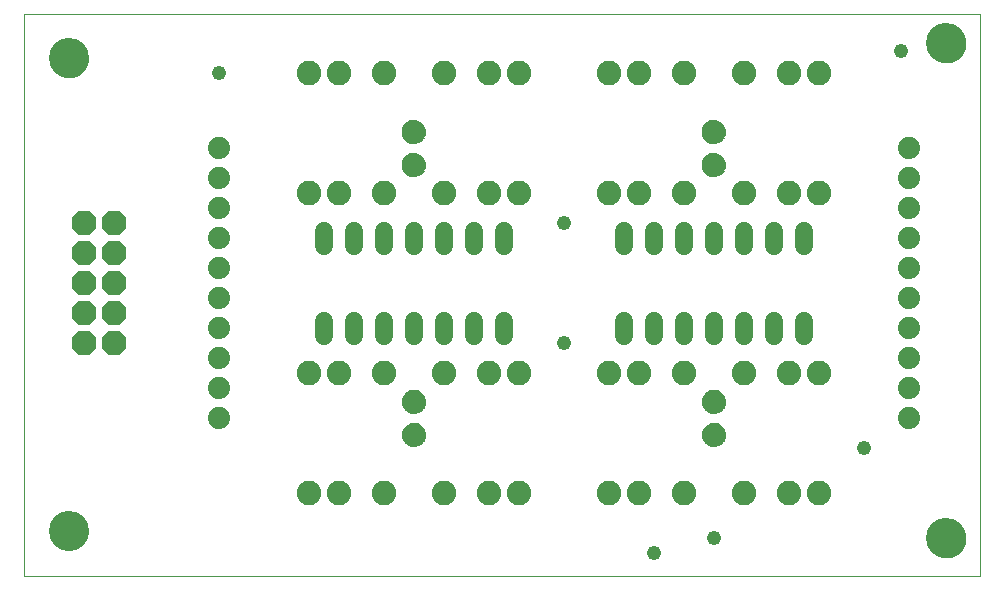
<source format=gbs>
G75*
%MOIN*%
%OFA0B0*%
%FSLAX25Y25*%
%IPPOS*%
%LPD*%
%AMOC8*
5,1,8,0,0,1.08239X$1,22.5*
%
%ADD10C,0.00000*%
%ADD11C,0.13398*%
%ADD12C,0.06000*%
%ADD13C,0.07400*%
%ADD14C,0.08200*%
%ADD15C,0.00500*%
%ADD16OC8,0.08200*%
%ADD17C,0.04762*%
D10*
X0003050Y0001000D02*
X0003050Y0188461D01*
X0321751Y0188461D01*
X0321751Y0001000D01*
X0003050Y0001000D01*
X0011751Y0016000D02*
X0011753Y0016158D01*
X0011759Y0016316D01*
X0011769Y0016474D01*
X0011783Y0016632D01*
X0011801Y0016789D01*
X0011822Y0016946D01*
X0011848Y0017102D01*
X0011878Y0017258D01*
X0011911Y0017413D01*
X0011949Y0017566D01*
X0011990Y0017719D01*
X0012035Y0017871D01*
X0012084Y0018022D01*
X0012137Y0018171D01*
X0012193Y0018319D01*
X0012253Y0018465D01*
X0012317Y0018610D01*
X0012385Y0018753D01*
X0012456Y0018895D01*
X0012530Y0019035D01*
X0012608Y0019172D01*
X0012690Y0019308D01*
X0012774Y0019442D01*
X0012863Y0019573D01*
X0012954Y0019702D01*
X0013049Y0019829D01*
X0013146Y0019954D01*
X0013247Y0020076D01*
X0013351Y0020195D01*
X0013458Y0020312D01*
X0013568Y0020426D01*
X0013681Y0020537D01*
X0013796Y0020646D01*
X0013914Y0020751D01*
X0014035Y0020853D01*
X0014158Y0020953D01*
X0014284Y0021049D01*
X0014412Y0021142D01*
X0014542Y0021232D01*
X0014675Y0021318D01*
X0014810Y0021402D01*
X0014946Y0021481D01*
X0015085Y0021558D01*
X0015226Y0021630D01*
X0015368Y0021700D01*
X0015512Y0021765D01*
X0015658Y0021827D01*
X0015805Y0021885D01*
X0015954Y0021940D01*
X0016104Y0021991D01*
X0016255Y0022038D01*
X0016407Y0022081D01*
X0016560Y0022120D01*
X0016715Y0022156D01*
X0016870Y0022187D01*
X0017026Y0022215D01*
X0017182Y0022239D01*
X0017339Y0022259D01*
X0017497Y0022275D01*
X0017654Y0022287D01*
X0017813Y0022295D01*
X0017971Y0022299D01*
X0018129Y0022299D01*
X0018287Y0022295D01*
X0018446Y0022287D01*
X0018603Y0022275D01*
X0018761Y0022259D01*
X0018918Y0022239D01*
X0019074Y0022215D01*
X0019230Y0022187D01*
X0019385Y0022156D01*
X0019540Y0022120D01*
X0019693Y0022081D01*
X0019845Y0022038D01*
X0019996Y0021991D01*
X0020146Y0021940D01*
X0020295Y0021885D01*
X0020442Y0021827D01*
X0020588Y0021765D01*
X0020732Y0021700D01*
X0020874Y0021630D01*
X0021015Y0021558D01*
X0021154Y0021481D01*
X0021290Y0021402D01*
X0021425Y0021318D01*
X0021558Y0021232D01*
X0021688Y0021142D01*
X0021816Y0021049D01*
X0021942Y0020953D01*
X0022065Y0020853D01*
X0022186Y0020751D01*
X0022304Y0020646D01*
X0022419Y0020537D01*
X0022532Y0020426D01*
X0022642Y0020312D01*
X0022749Y0020195D01*
X0022853Y0020076D01*
X0022954Y0019954D01*
X0023051Y0019829D01*
X0023146Y0019702D01*
X0023237Y0019573D01*
X0023326Y0019442D01*
X0023410Y0019308D01*
X0023492Y0019172D01*
X0023570Y0019035D01*
X0023644Y0018895D01*
X0023715Y0018753D01*
X0023783Y0018610D01*
X0023847Y0018465D01*
X0023907Y0018319D01*
X0023963Y0018171D01*
X0024016Y0018022D01*
X0024065Y0017871D01*
X0024110Y0017719D01*
X0024151Y0017566D01*
X0024189Y0017413D01*
X0024222Y0017258D01*
X0024252Y0017102D01*
X0024278Y0016946D01*
X0024299Y0016789D01*
X0024317Y0016632D01*
X0024331Y0016474D01*
X0024341Y0016316D01*
X0024347Y0016158D01*
X0024349Y0016000D01*
X0024347Y0015842D01*
X0024341Y0015684D01*
X0024331Y0015526D01*
X0024317Y0015368D01*
X0024299Y0015211D01*
X0024278Y0015054D01*
X0024252Y0014898D01*
X0024222Y0014742D01*
X0024189Y0014587D01*
X0024151Y0014434D01*
X0024110Y0014281D01*
X0024065Y0014129D01*
X0024016Y0013978D01*
X0023963Y0013829D01*
X0023907Y0013681D01*
X0023847Y0013535D01*
X0023783Y0013390D01*
X0023715Y0013247D01*
X0023644Y0013105D01*
X0023570Y0012965D01*
X0023492Y0012828D01*
X0023410Y0012692D01*
X0023326Y0012558D01*
X0023237Y0012427D01*
X0023146Y0012298D01*
X0023051Y0012171D01*
X0022954Y0012046D01*
X0022853Y0011924D01*
X0022749Y0011805D01*
X0022642Y0011688D01*
X0022532Y0011574D01*
X0022419Y0011463D01*
X0022304Y0011354D01*
X0022186Y0011249D01*
X0022065Y0011147D01*
X0021942Y0011047D01*
X0021816Y0010951D01*
X0021688Y0010858D01*
X0021558Y0010768D01*
X0021425Y0010682D01*
X0021290Y0010598D01*
X0021154Y0010519D01*
X0021015Y0010442D01*
X0020874Y0010370D01*
X0020732Y0010300D01*
X0020588Y0010235D01*
X0020442Y0010173D01*
X0020295Y0010115D01*
X0020146Y0010060D01*
X0019996Y0010009D01*
X0019845Y0009962D01*
X0019693Y0009919D01*
X0019540Y0009880D01*
X0019385Y0009844D01*
X0019230Y0009813D01*
X0019074Y0009785D01*
X0018918Y0009761D01*
X0018761Y0009741D01*
X0018603Y0009725D01*
X0018446Y0009713D01*
X0018287Y0009705D01*
X0018129Y0009701D01*
X0017971Y0009701D01*
X0017813Y0009705D01*
X0017654Y0009713D01*
X0017497Y0009725D01*
X0017339Y0009741D01*
X0017182Y0009761D01*
X0017026Y0009785D01*
X0016870Y0009813D01*
X0016715Y0009844D01*
X0016560Y0009880D01*
X0016407Y0009919D01*
X0016255Y0009962D01*
X0016104Y0010009D01*
X0015954Y0010060D01*
X0015805Y0010115D01*
X0015658Y0010173D01*
X0015512Y0010235D01*
X0015368Y0010300D01*
X0015226Y0010370D01*
X0015085Y0010442D01*
X0014946Y0010519D01*
X0014810Y0010598D01*
X0014675Y0010682D01*
X0014542Y0010768D01*
X0014412Y0010858D01*
X0014284Y0010951D01*
X0014158Y0011047D01*
X0014035Y0011147D01*
X0013914Y0011249D01*
X0013796Y0011354D01*
X0013681Y0011463D01*
X0013568Y0011574D01*
X0013458Y0011688D01*
X0013351Y0011805D01*
X0013247Y0011924D01*
X0013146Y0012046D01*
X0013049Y0012171D01*
X0012954Y0012298D01*
X0012863Y0012427D01*
X0012774Y0012558D01*
X0012690Y0012692D01*
X0012608Y0012828D01*
X0012530Y0012965D01*
X0012456Y0013105D01*
X0012385Y0013247D01*
X0012317Y0013390D01*
X0012253Y0013535D01*
X0012193Y0013681D01*
X0012137Y0013829D01*
X0012084Y0013978D01*
X0012035Y0014129D01*
X0011990Y0014281D01*
X0011949Y0014434D01*
X0011911Y0014587D01*
X0011878Y0014742D01*
X0011848Y0014898D01*
X0011822Y0015054D01*
X0011801Y0015211D01*
X0011783Y0015368D01*
X0011769Y0015526D01*
X0011759Y0015684D01*
X0011753Y0015842D01*
X0011751Y0016000D01*
X0011751Y0173500D02*
X0011753Y0173658D01*
X0011759Y0173816D01*
X0011769Y0173974D01*
X0011783Y0174132D01*
X0011801Y0174289D01*
X0011822Y0174446D01*
X0011848Y0174602D01*
X0011878Y0174758D01*
X0011911Y0174913D01*
X0011949Y0175066D01*
X0011990Y0175219D01*
X0012035Y0175371D01*
X0012084Y0175522D01*
X0012137Y0175671D01*
X0012193Y0175819D01*
X0012253Y0175965D01*
X0012317Y0176110D01*
X0012385Y0176253D01*
X0012456Y0176395D01*
X0012530Y0176535D01*
X0012608Y0176672D01*
X0012690Y0176808D01*
X0012774Y0176942D01*
X0012863Y0177073D01*
X0012954Y0177202D01*
X0013049Y0177329D01*
X0013146Y0177454D01*
X0013247Y0177576D01*
X0013351Y0177695D01*
X0013458Y0177812D01*
X0013568Y0177926D01*
X0013681Y0178037D01*
X0013796Y0178146D01*
X0013914Y0178251D01*
X0014035Y0178353D01*
X0014158Y0178453D01*
X0014284Y0178549D01*
X0014412Y0178642D01*
X0014542Y0178732D01*
X0014675Y0178818D01*
X0014810Y0178902D01*
X0014946Y0178981D01*
X0015085Y0179058D01*
X0015226Y0179130D01*
X0015368Y0179200D01*
X0015512Y0179265D01*
X0015658Y0179327D01*
X0015805Y0179385D01*
X0015954Y0179440D01*
X0016104Y0179491D01*
X0016255Y0179538D01*
X0016407Y0179581D01*
X0016560Y0179620D01*
X0016715Y0179656D01*
X0016870Y0179687D01*
X0017026Y0179715D01*
X0017182Y0179739D01*
X0017339Y0179759D01*
X0017497Y0179775D01*
X0017654Y0179787D01*
X0017813Y0179795D01*
X0017971Y0179799D01*
X0018129Y0179799D01*
X0018287Y0179795D01*
X0018446Y0179787D01*
X0018603Y0179775D01*
X0018761Y0179759D01*
X0018918Y0179739D01*
X0019074Y0179715D01*
X0019230Y0179687D01*
X0019385Y0179656D01*
X0019540Y0179620D01*
X0019693Y0179581D01*
X0019845Y0179538D01*
X0019996Y0179491D01*
X0020146Y0179440D01*
X0020295Y0179385D01*
X0020442Y0179327D01*
X0020588Y0179265D01*
X0020732Y0179200D01*
X0020874Y0179130D01*
X0021015Y0179058D01*
X0021154Y0178981D01*
X0021290Y0178902D01*
X0021425Y0178818D01*
X0021558Y0178732D01*
X0021688Y0178642D01*
X0021816Y0178549D01*
X0021942Y0178453D01*
X0022065Y0178353D01*
X0022186Y0178251D01*
X0022304Y0178146D01*
X0022419Y0178037D01*
X0022532Y0177926D01*
X0022642Y0177812D01*
X0022749Y0177695D01*
X0022853Y0177576D01*
X0022954Y0177454D01*
X0023051Y0177329D01*
X0023146Y0177202D01*
X0023237Y0177073D01*
X0023326Y0176942D01*
X0023410Y0176808D01*
X0023492Y0176672D01*
X0023570Y0176535D01*
X0023644Y0176395D01*
X0023715Y0176253D01*
X0023783Y0176110D01*
X0023847Y0175965D01*
X0023907Y0175819D01*
X0023963Y0175671D01*
X0024016Y0175522D01*
X0024065Y0175371D01*
X0024110Y0175219D01*
X0024151Y0175066D01*
X0024189Y0174913D01*
X0024222Y0174758D01*
X0024252Y0174602D01*
X0024278Y0174446D01*
X0024299Y0174289D01*
X0024317Y0174132D01*
X0024331Y0173974D01*
X0024341Y0173816D01*
X0024347Y0173658D01*
X0024349Y0173500D01*
X0024347Y0173342D01*
X0024341Y0173184D01*
X0024331Y0173026D01*
X0024317Y0172868D01*
X0024299Y0172711D01*
X0024278Y0172554D01*
X0024252Y0172398D01*
X0024222Y0172242D01*
X0024189Y0172087D01*
X0024151Y0171934D01*
X0024110Y0171781D01*
X0024065Y0171629D01*
X0024016Y0171478D01*
X0023963Y0171329D01*
X0023907Y0171181D01*
X0023847Y0171035D01*
X0023783Y0170890D01*
X0023715Y0170747D01*
X0023644Y0170605D01*
X0023570Y0170465D01*
X0023492Y0170328D01*
X0023410Y0170192D01*
X0023326Y0170058D01*
X0023237Y0169927D01*
X0023146Y0169798D01*
X0023051Y0169671D01*
X0022954Y0169546D01*
X0022853Y0169424D01*
X0022749Y0169305D01*
X0022642Y0169188D01*
X0022532Y0169074D01*
X0022419Y0168963D01*
X0022304Y0168854D01*
X0022186Y0168749D01*
X0022065Y0168647D01*
X0021942Y0168547D01*
X0021816Y0168451D01*
X0021688Y0168358D01*
X0021558Y0168268D01*
X0021425Y0168182D01*
X0021290Y0168098D01*
X0021154Y0168019D01*
X0021015Y0167942D01*
X0020874Y0167870D01*
X0020732Y0167800D01*
X0020588Y0167735D01*
X0020442Y0167673D01*
X0020295Y0167615D01*
X0020146Y0167560D01*
X0019996Y0167509D01*
X0019845Y0167462D01*
X0019693Y0167419D01*
X0019540Y0167380D01*
X0019385Y0167344D01*
X0019230Y0167313D01*
X0019074Y0167285D01*
X0018918Y0167261D01*
X0018761Y0167241D01*
X0018603Y0167225D01*
X0018446Y0167213D01*
X0018287Y0167205D01*
X0018129Y0167201D01*
X0017971Y0167201D01*
X0017813Y0167205D01*
X0017654Y0167213D01*
X0017497Y0167225D01*
X0017339Y0167241D01*
X0017182Y0167261D01*
X0017026Y0167285D01*
X0016870Y0167313D01*
X0016715Y0167344D01*
X0016560Y0167380D01*
X0016407Y0167419D01*
X0016255Y0167462D01*
X0016104Y0167509D01*
X0015954Y0167560D01*
X0015805Y0167615D01*
X0015658Y0167673D01*
X0015512Y0167735D01*
X0015368Y0167800D01*
X0015226Y0167870D01*
X0015085Y0167942D01*
X0014946Y0168019D01*
X0014810Y0168098D01*
X0014675Y0168182D01*
X0014542Y0168268D01*
X0014412Y0168358D01*
X0014284Y0168451D01*
X0014158Y0168547D01*
X0014035Y0168647D01*
X0013914Y0168749D01*
X0013796Y0168854D01*
X0013681Y0168963D01*
X0013568Y0169074D01*
X0013458Y0169188D01*
X0013351Y0169305D01*
X0013247Y0169424D01*
X0013146Y0169546D01*
X0013049Y0169671D01*
X0012954Y0169798D01*
X0012863Y0169927D01*
X0012774Y0170058D01*
X0012690Y0170192D01*
X0012608Y0170328D01*
X0012530Y0170465D01*
X0012456Y0170605D01*
X0012385Y0170747D01*
X0012317Y0170890D01*
X0012253Y0171035D01*
X0012193Y0171181D01*
X0012137Y0171329D01*
X0012084Y0171478D01*
X0012035Y0171629D01*
X0011990Y0171781D01*
X0011949Y0171934D01*
X0011911Y0172087D01*
X0011878Y0172242D01*
X0011848Y0172398D01*
X0011822Y0172554D01*
X0011801Y0172711D01*
X0011783Y0172868D01*
X0011769Y0173026D01*
X0011759Y0173184D01*
X0011753Y0173342D01*
X0011751Y0173500D01*
X0304251Y0178500D02*
X0304253Y0178658D01*
X0304259Y0178816D01*
X0304269Y0178974D01*
X0304283Y0179132D01*
X0304301Y0179289D01*
X0304322Y0179446D01*
X0304348Y0179602D01*
X0304378Y0179758D01*
X0304411Y0179913D01*
X0304449Y0180066D01*
X0304490Y0180219D01*
X0304535Y0180371D01*
X0304584Y0180522D01*
X0304637Y0180671D01*
X0304693Y0180819D01*
X0304753Y0180965D01*
X0304817Y0181110D01*
X0304885Y0181253D01*
X0304956Y0181395D01*
X0305030Y0181535D01*
X0305108Y0181672D01*
X0305190Y0181808D01*
X0305274Y0181942D01*
X0305363Y0182073D01*
X0305454Y0182202D01*
X0305549Y0182329D01*
X0305646Y0182454D01*
X0305747Y0182576D01*
X0305851Y0182695D01*
X0305958Y0182812D01*
X0306068Y0182926D01*
X0306181Y0183037D01*
X0306296Y0183146D01*
X0306414Y0183251D01*
X0306535Y0183353D01*
X0306658Y0183453D01*
X0306784Y0183549D01*
X0306912Y0183642D01*
X0307042Y0183732D01*
X0307175Y0183818D01*
X0307310Y0183902D01*
X0307446Y0183981D01*
X0307585Y0184058D01*
X0307726Y0184130D01*
X0307868Y0184200D01*
X0308012Y0184265D01*
X0308158Y0184327D01*
X0308305Y0184385D01*
X0308454Y0184440D01*
X0308604Y0184491D01*
X0308755Y0184538D01*
X0308907Y0184581D01*
X0309060Y0184620D01*
X0309215Y0184656D01*
X0309370Y0184687D01*
X0309526Y0184715D01*
X0309682Y0184739D01*
X0309839Y0184759D01*
X0309997Y0184775D01*
X0310154Y0184787D01*
X0310313Y0184795D01*
X0310471Y0184799D01*
X0310629Y0184799D01*
X0310787Y0184795D01*
X0310946Y0184787D01*
X0311103Y0184775D01*
X0311261Y0184759D01*
X0311418Y0184739D01*
X0311574Y0184715D01*
X0311730Y0184687D01*
X0311885Y0184656D01*
X0312040Y0184620D01*
X0312193Y0184581D01*
X0312345Y0184538D01*
X0312496Y0184491D01*
X0312646Y0184440D01*
X0312795Y0184385D01*
X0312942Y0184327D01*
X0313088Y0184265D01*
X0313232Y0184200D01*
X0313374Y0184130D01*
X0313515Y0184058D01*
X0313654Y0183981D01*
X0313790Y0183902D01*
X0313925Y0183818D01*
X0314058Y0183732D01*
X0314188Y0183642D01*
X0314316Y0183549D01*
X0314442Y0183453D01*
X0314565Y0183353D01*
X0314686Y0183251D01*
X0314804Y0183146D01*
X0314919Y0183037D01*
X0315032Y0182926D01*
X0315142Y0182812D01*
X0315249Y0182695D01*
X0315353Y0182576D01*
X0315454Y0182454D01*
X0315551Y0182329D01*
X0315646Y0182202D01*
X0315737Y0182073D01*
X0315826Y0181942D01*
X0315910Y0181808D01*
X0315992Y0181672D01*
X0316070Y0181535D01*
X0316144Y0181395D01*
X0316215Y0181253D01*
X0316283Y0181110D01*
X0316347Y0180965D01*
X0316407Y0180819D01*
X0316463Y0180671D01*
X0316516Y0180522D01*
X0316565Y0180371D01*
X0316610Y0180219D01*
X0316651Y0180066D01*
X0316689Y0179913D01*
X0316722Y0179758D01*
X0316752Y0179602D01*
X0316778Y0179446D01*
X0316799Y0179289D01*
X0316817Y0179132D01*
X0316831Y0178974D01*
X0316841Y0178816D01*
X0316847Y0178658D01*
X0316849Y0178500D01*
X0316847Y0178342D01*
X0316841Y0178184D01*
X0316831Y0178026D01*
X0316817Y0177868D01*
X0316799Y0177711D01*
X0316778Y0177554D01*
X0316752Y0177398D01*
X0316722Y0177242D01*
X0316689Y0177087D01*
X0316651Y0176934D01*
X0316610Y0176781D01*
X0316565Y0176629D01*
X0316516Y0176478D01*
X0316463Y0176329D01*
X0316407Y0176181D01*
X0316347Y0176035D01*
X0316283Y0175890D01*
X0316215Y0175747D01*
X0316144Y0175605D01*
X0316070Y0175465D01*
X0315992Y0175328D01*
X0315910Y0175192D01*
X0315826Y0175058D01*
X0315737Y0174927D01*
X0315646Y0174798D01*
X0315551Y0174671D01*
X0315454Y0174546D01*
X0315353Y0174424D01*
X0315249Y0174305D01*
X0315142Y0174188D01*
X0315032Y0174074D01*
X0314919Y0173963D01*
X0314804Y0173854D01*
X0314686Y0173749D01*
X0314565Y0173647D01*
X0314442Y0173547D01*
X0314316Y0173451D01*
X0314188Y0173358D01*
X0314058Y0173268D01*
X0313925Y0173182D01*
X0313790Y0173098D01*
X0313654Y0173019D01*
X0313515Y0172942D01*
X0313374Y0172870D01*
X0313232Y0172800D01*
X0313088Y0172735D01*
X0312942Y0172673D01*
X0312795Y0172615D01*
X0312646Y0172560D01*
X0312496Y0172509D01*
X0312345Y0172462D01*
X0312193Y0172419D01*
X0312040Y0172380D01*
X0311885Y0172344D01*
X0311730Y0172313D01*
X0311574Y0172285D01*
X0311418Y0172261D01*
X0311261Y0172241D01*
X0311103Y0172225D01*
X0310946Y0172213D01*
X0310787Y0172205D01*
X0310629Y0172201D01*
X0310471Y0172201D01*
X0310313Y0172205D01*
X0310154Y0172213D01*
X0309997Y0172225D01*
X0309839Y0172241D01*
X0309682Y0172261D01*
X0309526Y0172285D01*
X0309370Y0172313D01*
X0309215Y0172344D01*
X0309060Y0172380D01*
X0308907Y0172419D01*
X0308755Y0172462D01*
X0308604Y0172509D01*
X0308454Y0172560D01*
X0308305Y0172615D01*
X0308158Y0172673D01*
X0308012Y0172735D01*
X0307868Y0172800D01*
X0307726Y0172870D01*
X0307585Y0172942D01*
X0307446Y0173019D01*
X0307310Y0173098D01*
X0307175Y0173182D01*
X0307042Y0173268D01*
X0306912Y0173358D01*
X0306784Y0173451D01*
X0306658Y0173547D01*
X0306535Y0173647D01*
X0306414Y0173749D01*
X0306296Y0173854D01*
X0306181Y0173963D01*
X0306068Y0174074D01*
X0305958Y0174188D01*
X0305851Y0174305D01*
X0305747Y0174424D01*
X0305646Y0174546D01*
X0305549Y0174671D01*
X0305454Y0174798D01*
X0305363Y0174927D01*
X0305274Y0175058D01*
X0305190Y0175192D01*
X0305108Y0175328D01*
X0305030Y0175465D01*
X0304956Y0175605D01*
X0304885Y0175747D01*
X0304817Y0175890D01*
X0304753Y0176035D01*
X0304693Y0176181D01*
X0304637Y0176329D01*
X0304584Y0176478D01*
X0304535Y0176629D01*
X0304490Y0176781D01*
X0304449Y0176934D01*
X0304411Y0177087D01*
X0304378Y0177242D01*
X0304348Y0177398D01*
X0304322Y0177554D01*
X0304301Y0177711D01*
X0304283Y0177868D01*
X0304269Y0178026D01*
X0304259Y0178184D01*
X0304253Y0178342D01*
X0304251Y0178500D01*
X0304251Y0013500D02*
X0304253Y0013658D01*
X0304259Y0013816D01*
X0304269Y0013974D01*
X0304283Y0014132D01*
X0304301Y0014289D01*
X0304322Y0014446D01*
X0304348Y0014602D01*
X0304378Y0014758D01*
X0304411Y0014913D01*
X0304449Y0015066D01*
X0304490Y0015219D01*
X0304535Y0015371D01*
X0304584Y0015522D01*
X0304637Y0015671D01*
X0304693Y0015819D01*
X0304753Y0015965D01*
X0304817Y0016110D01*
X0304885Y0016253D01*
X0304956Y0016395D01*
X0305030Y0016535D01*
X0305108Y0016672D01*
X0305190Y0016808D01*
X0305274Y0016942D01*
X0305363Y0017073D01*
X0305454Y0017202D01*
X0305549Y0017329D01*
X0305646Y0017454D01*
X0305747Y0017576D01*
X0305851Y0017695D01*
X0305958Y0017812D01*
X0306068Y0017926D01*
X0306181Y0018037D01*
X0306296Y0018146D01*
X0306414Y0018251D01*
X0306535Y0018353D01*
X0306658Y0018453D01*
X0306784Y0018549D01*
X0306912Y0018642D01*
X0307042Y0018732D01*
X0307175Y0018818D01*
X0307310Y0018902D01*
X0307446Y0018981D01*
X0307585Y0019058D01*
X0307726Y0019130D01*
X0307868Y0019200D01*
X0308012Y0019265D01*
X0308158Y0019327D01*
X0308305Y0019385D01*
X0308454Y0019440D01*
X0308604Y0019491D01*
X0308755Y0019538D01*
X0308907Y0019581D01*
X0309060Y0019620D01*
X0309215Y0019656D01*
X0309370Y0019687D01*
X0309526Y0019715D01*
X0309682Y0019739D01*
X0309839Y0019759D01*
X0309997Y0019775D01*
X0310154Y0019787D01*
X0310313Y0019795D01*
X0310471Y0019799D01*
X0310629Y0019799D01*
X0310787Y0019795D01*
X0310946Y0019787D01*
X0311103Y0019775D01*
X0311261Y0019759D01*
X0311418Y0019739D01*
X0311574Y0019715D01*
X0311730Y0019687D01*
X0311885Y0019656D01*
X0312040Y0019620D01*
X0312193Y0019581D01*
X0312345Y0019538D01*
X0312496Y0019491D01*
X0312646Y0019440D01*
X0312795Y0019385D01*
X0312942Y0019327D01*
X0313088Y0019265D01*
X0313232Y0019200D01*
X0313374Y0019130D01*
X0313515Y0019058D01*
X0313654Y0018981D01*
X0313790Y0018902D01*
X0313925Y0018818D01*
X0314058Y0018732D01*
X0314188Y0018642D01*
X0314316Y0018549D01*
X0314442Y0018453D01*
X0314565Y0018353D01*
X0314686Y0018251D01*
X0314804Y0018146D01*
X0314919Y0018037D01*
X0315032Y0017926D01*
X0315142Y0017812D01*
X0315249Y0017695D01*
X0315353Y0017576D01*
X0315454Y0017454D01*
X0315551Y0017329D01*
X0315646Y0017202D01*
X0315737Y0017073D01*
X0315826Y0016942D01*
X0315910Y0016808D01*
X0315992Y0016672D01*
X0316070Y0016535D01*
X0316144Y0016395D01*
X0316215Y0016253D01*
X0316283Y0016110D01*
X0316347Y0015965D01*
X0316407Y0015819D01*
X0316463Y0015671D01*
X0316516Y0015522D01*
X0316565Y0015371D01*
X0316610Y0015219D01*
X0316651Y0015066D01*
X0316689Y0014913D01*
X0316722Y0014758D01*
X0316752Y0014602D01*
X0316778Y0014446D01*
X0316799Y0014289D01*
X0316817Y0014132D01*
X0316831Y0013974D01*
X0316841Y0013816D01*
X0316847Y0013658D01*
X0316849Y0013500D01*
X0316847Y0013342D01*
X0316841Y0013184D01*
X0316831Y0013026D01*
X0316817Y0012868D01*
X0316799Y0012711D01*
X0316778Y0012554D01*
X0316752Y0012398D01*
X0316722Y0012242D01*
X0316689Y0012087D01*
X0316651Y0011934D01*
X0316610Y0011781D01*
X0316565Y0011629D01*
X0316516Y0011478D01*
X0316463Y0011329D01*
X0316407Y0011181D01*
X0316347Y0011035D01*
X0316283Y0010890D01*
X0316215Y0010747D01*
X0316144Y0010605D01*
X0316070Y0010465D01*
X0315992Y0010328D01*
X0315910Y0010192D01*
X0315826Y0010058D01*
X0315737Y0009927D01*
X0315646Y0009798D01*
X0315551Y0009671D01*
X0315454Y0009546D01*
X0315353Y0009424D01*
X0315249Y0009305D01*
X0315142Y0009188D01*
X0315032Y0009074D01*
X0314919Y0008963D01*
X0314804Y0008854D01*
X0314686Y0008749D01*
X0314565Y0008647D01*
X0314442Y0008547D01*
X0314316Y0008451D01*
X0314188Y0008358D01*
X0314058Y0008268D01*
X0313925Y0008182D01*
X0313790Y0008098D01*
X0313654Y0008019D01*
X0313515Y0007942D01*
X0313374Y0007870D01*
X0313232Y0007800D01*
X0313088Y0007735D01*
X0312942Y0007673D01*
X0312795Y0007615D01*
X0312646Y0007560D01*
X0312496Y0007509D01*
X0312345Y0007462D01*
X0312193Y0007419D01*
X0312040Y0007380D01*
X0311885Y0007344D01*
X0311730Y0007313D01*
X0311574Y0007285D01*
X0311418Y0007261D01*
X0311261Y0007241D01*
X0311103Y0007225D01*
X0310946Y0007213D01*
X0310787Y0007205D01*
X0310629Y0007201D01*
X0310471Y0007201D01*
X0310313Y0007205D01*
X0310154Y0007213D01*
X0309997Y0007225D01*
X0309839Y0007241D01*
X0309682Y0007261D01*
X0309526Y0007285D01*
X0309370Y0007313D01*
X0309215Y0007344D01*
X0309060Y0007380D01*
X0308907Y0007419D01*
X0308755Y0007462D01*
X0308604Y0007509D01*
X0308454Y0007560D01*
X0308305Y0007615D01*
X0308158Y0007673D01*
X0308012Y0007735D01*
X0307868Y0007800D01*
X0307726Y0007870D01*
X0307585Y0007942D01*
X0307446Y0008019D01*
X0307310Y0008098D01*
X0307175Y0008182D01*
X0307042Y0008268D01*
X0306912Y0008358D01*
X0306784Y0008451D01*
X0306658Y0008547D01*
X0306535Y0008647D01*
X0306414Y0008749D01*
X0306296Y0008854D01*
X0306181Y0008963D01*
X0306068Y0009074D01*
X0305958Y0009188D01*
X0305851Y0009305D01*
X0305747Y0009424D01*
X0305646Y0009546D01*
X0305549Y0009671D01*
X0305454Y0009798D01*
X0305363Y0009927D01*
X0305274Y0010058D01*
X0305190Y0010192D01*
X0305108Y0010328D01*
X0305030Y0010465D01*
X0304956Y0010605D01*
X0304885Y0010747D01*
X0304817Y0010890D01*
X0304753Y0011035D01*
X0304693Y0011181D01*
X0304637Y0011329D01*
X0304584Y0011478D01*
X0304535Y0011629D01*
X0304490Y0011781D01*
X0304449Y0011934D01*
X0304411Y0012087D01*
X0304378Y0012242D01*
X0304348Y0012398D01*
X0304322Y0012554D01*
X0304301Y0012711D01*
X0304283Y0012868D01*
X0304269Y0013026D01*
X0304259Y0013184D01*
X0304253Y0013342D01*
X0304251Y0013500D01*
D11*
X0310550Y0013500D03*
X0310550Y0178500D03*
X0018050Y0173500D03*
X0018050Y0016000D03*
D12*
X0103050Y0080900D02*
X0103050Y0086100D01*
X0113050Y0086100D02*
X0113050Y0080900D01*
X0123050Y0080900D02*
X0123050Y0086100D01*
X0133050Y0086100D02*
X0133050Y0080900D01*
X0143050Y0080900D02*
X0143050Y0086100D01*
X0153050Y0086100D02*
X0153050Y0080900D01*
X0163050Y0080900D02*
X0163050Y0086100D01*
X0203050Y0086100D02*
X0203050Y0080900D01*
X0213050Y0080900D02*
X0213050Y0086100D01*
X0223050Y0086100D02*
X0223050Y0080900D01*
X0233050Y0080900D02*
X0233050Y0086100D01*
X0243050Y0086100D02*
X0243050Y0080900D01*
X0253050Y0080900D02*
X0253050Y0086100D01*
X0263050Y0086100D02*
X0263050Y0080900D01*
X0263050Y0110900D02*
X0263050Y0116100D01*
X0253050Y0116100D02*
X0253050Y0110900D01*
X0243050Y0110900D02*
X0243050Y0116100D01*
X0233050Y0116100D02*
X0233050Y0110900D01*
X0223050Y0110900D02*
X0223050Y0116100D01*
X0213050Y0116100D02*
X0213050Y0110900D01*
X0203050Y0110900D02*
X0203050Y0116100D01*
X0163050Y0116100D02*
X0163050Y0110900D01*
X0153050Y0110900D02*
X0153050Y0116100D01*
X0143050Y0116100D02*
X0143050Y0110900D01*
X0133050Y0110900D02*
X0133050Y0116100D01*
X0123050Y0116100D02*
X0123050Y0110900D01*
X0113050Y0110900D02*
X0113050Y0116100D01*
X0103050Y0116100D02*
X0103050Y0110900D01*
D13*
X0068050Y0113500D03*
X0068050Y0103500D03*
X0068050Y0093500D03*
X0068050Y0083500D03*
X0068050Y0073500D03*
X0068050Y0063500D03*
X0068050Y0053500D03*
X0068050Y0123500D03*
X0068050Y0133500D03*
X0068050Y0143500D03*
X0298050Y0143500D03*
X0298050Y0133500D03*
X0298050Y0123500D03*
X0298050Y0113500D03*
X0298050Y0103500D03*
X0298050Y0093500D03*
X0298050Y0083500D03*
X0298050Y0073500D03*
X0298050Y0063500D03*
X0298050Y0053500D03*
D14*
X0268050Y0068500D03*
X0258050Y0068500D03*
X0243050Y0068500D03*
X0223050Y0068500D03*
X0208050Y0068500D03*
X0198050Y0068500D03*
X0168050Y0068500D03*
X0158050Y0068500D03*
X0143050Y0068500D03*
X0123050Y0068500D03*
X0108050Y0068500D03*
X0098050Y0068500D03*
X0098050Y0028500D03*
X0108050Y0028500D03*
X0123050Y0028500D03*
X0143050Y0028500D03*
X0158050Y0028500D03*
X0168050Y0028500D03*
X0198050Y0028500D03*
X0208050Y0028500D03*
X0223050Y0028500D03*
X0243050Y0028500D03*
X0258050Y0028500D03*
X0268050Y0028500D03*
X0268050Y0128500D03*
X0258050Y0128500D03*
X0243050Y0128500D03*
X0223050Y0128500D03*
X0208050Y0128500D03*
X0198050Y0128500D03*
X0168050Y0128500D03*
X0158050Y0128500D03*
X0143050Y0128500D03*
X0123050Y0128500D03*
X0108050Y0128500D03*
X0098050Y0128500D03*
X0098050Y0168500D03*
X0108050Y0168500D03*
X0123050Y0168500D03*
X0143050Y0168500D03*
X0158050Y0168500D03*
X0168050Y0168500D03*
X0198050Y0168500D03*
X0208050Y0168500D03*
X0223050Y0168500D03*
X0243050Y0168500D03*
X0258050Y0168500D03*
X0268050Y0168500D03*
D15*
X0236181Y0151057D02*
X0236515Y0150415D01*
X0236717Y0149721D01*
X0236780Y0149000D01*
X0236719Y0148275D01*
X0236517Y0147577D01*
X0236183Y0146931D01*
X0235729Y0146362D01*
X0235173Y0145893D01*
X0234536Y0145542D01*
X0233843Y0145322D01*
X0233120Y0145241D01*
X0232460Y0145290D01*
X0231819Y0145454D01*
X0231216Y0145726D01*
X0230670Y0146099D01*
X0230197Y0146561D01*
X0229811Y0147099D01*
X0229524Y0147695D01*
X0229345Y0148332D01*
X0229280Y0148990D01*
X0229347Y0149648D01*
X0229528Y0150285D01*
X0229816Y0150880D01*
X0230203Y0151417D01*
X0230678Y0151878D01*
X0231225Y0152249D01*
X0231829Y0152520D01*
X0232470Y0152682D01*
X0233130Y0152730D01*
X0233850Y0152652D01*
X0234540Y0152434D01*
X0235174Y0152086D01*
X0235728Y0151621D01*
X0236181Y0151057D01*
X0236184Y0151052D02*
X0229940Y0151052D01*
X0229658Y0150553D02*
X0236443Y0150553D01*
X0236620Y0150055D02*
X0229462Y0150055D01*
X0229338Y0149556D02*
X0236732Y0149556D01*
X0236775Y0149058D02*
X0229287Y0149058D01*
X0229323Y0148559D02*
X0236743Y0148559D01*
X0236657Y0148061D02*
X0229421Y0148061D01*
X0229588Y0147562D02*
X0236510Y0147562D01*
X0236252Y0147064D02*
X0229836Y0147064D01*
X0230194Y0146565D02*
X0235891Y0146565D01*
X0235378Y0146067D02*
X0230718Y0146067D01*
X0231566Y0145568D02*
X0234584Y0145568D01*
X0233850Y0141632D02*
X0234540Y0141414D01*
X0235174Y0141066D01*
X0235728Y0140601D01*
X0236181Y0140037D01*
X0236515Y0139395D01*
X0236717Y0138701D01*
X0236780Y0137980D01*
X0236719Y0137255D01*
X0236517Y0136556D01*
X0236183Y0135910D01*
X0235729Y0135342D01*
X0235173Y0134873D01*
X0234536Y0134522D01*
X0233843Y0134301D01*
X0233120Y0134220D01*
X0232460Y0134270D01*
X0231819Y0134434D01*
X0231216Y0134706D01*
X0230670Y0135079D01*
X0230197Y0135541D01*
X0229811Y0136079D01*
X0229524Y0136675D01*
X0229345Y0137312D01*
X0229280Y0137970D01*
X0229347Y0138628D01*
X0229528Y0139265D01*
X0229816Y0139860D01*
X0230203Y0140397D01*
X0230678Y0140858D01*
X0231225Y0141229D01*
X0231829Y0141500D01*
X0232470Y0141662D01*
X0233130Y0141710D01*
X0233850Y0141632D01*
X0234013Y0141580D02*
X0232146Y0141580D01*
X0231008Y0141082D02*
X0235146Y0141082D01*
X0235743Y0140583D02*
X0230395Y0140583D01*
X0229978Y0140085D02*
X0236143Y0140085D01*
X0236416Y0139586D02*
X0229683Y0139586D01*
X0229477Y0139088D02*
X0236605Y0139088D01*
X0236727Y0138589D02*
X0229343Y0138589D01*
X0229292Y0138091D02*
X0236771Y0138091D01*
X0236747Y0137592D02*
X0229318Y0137592D01*
X0229407Y0137094D02*
X0236672Y0137094D01*
X0236528Y0136595D02*
X0229563Y0136595D01*
X0229802Y0136097D02*
X0236279Y0136097D01*
X0235933Y0135598D02*
X0230156Y0135598D01*
X0230649Y0135100D02*
X0235441Y0135100D01*
X0234680Y0134601D02*
X0231449Y0134601D01*
X0230341Y0151550D02*
X0235785Y0151550D01*
X0235218Y0152049D02*
X0230930Y0152049D01*
X0231936Y0152547D02*
X0234180Y0152547D01*
X0136780Y0149000D02*
X0136717Y0149721D01*
X0136515Y0150415D01*
X0136181Y0151057D01*
X0135728Y0151621D01*
X0135174Y0152086D01*
X0134540Y0152434D01*
X0133850Y0152652D01*
X0133130Y0152730D01*
X0132470Y0152682D01*
X0131829Y0152520D01*
X0131225Y0152249D01*
X0130678Y0151878D01*
X0130203Y0151417D01*
X0129816Y0150880D01*
X0129528Y0150285D01*
X0129347Y0149648D01*
X0129280Y0148990D01*
X0129345Y0148332D01*
X0129524Y0147695D01*
X0129811Y0147099D01*
X0130197Y0146561D01*
X0130670Y0146099D01*
X0131216Y0145726D01*
X0131819Y0145454D01*
X0132460Y0145290D01*
X0133120Y0145241D01*
X0133843Y0145322D01*
X0134536Y0145542D01*
X0135173Y0145893D01*
X0135729Y0146362D01*
X0136183Y0146931D01*
X0136517Y0147577D01*
X0136719Y0148275D01*
X0136780Y0149000D01*
X0136775Y0149058D02*
X0129287Y0149058D01*
X0129323Y0148559D02*
X0136743Y0148559D01*
X0136657Y0148061D02*
X0129421Y0148061D01*
X0129588Y0147562D02*
X0136510Y0147562D01*
X0136252Y0147064D02*
X0129836Y0147064D01*
X0130194Y0146565D02*
X0135891Y0146565D01*
X0135378Y0146067D02*
X0130718Y0146067D01*
X0131566Y0145568D02*
X0134584Y0145568D01*
X0133850Y0141632D02*
X0133130Y0141710D01*
X0132470Y0141662D01*
X0131829Y0141500D01*
X0131225Y0141229D01*
X0130678Y0140858D01*
X0130203Y0140397D01*
X0129816Y0139860D01*
X0129528Y0139265D01*
X0129347Y0138628D01*
X0129280Y0137970D01*
X0129345Y0137312D01*
X0129524Y0136675D01*
X0129811Y0136079D01*
X0130197Y0135541D01*
X0130670Y0135079D01*
X0131216Y0134706D01*
X0131819Y0134434D01*
X0132460Y0134270D01*
X0133120Y0134220D01*
X0133843Y0134301D01*
X0134536Y0134522D01*
X0135173Y0134873D01*
X0135729Y0135342D01*
X0136183Y0135910D01*
X0136517Y0136556D01*
X0136719Y0137255D01*
X0136780Y0137980D01*
X0136717Y0138701D01*
X0136515Y0139395D01*
X0136181Y0140037D01*
X0135728Y0140601D01*
X0135174Y0141066D01*
X0134540Y0141414D01*
X0133850Y0141632D01*
X0134013Y0141580D02*
X0132146Y0141580D01*
X0131008Y0141082D02*
X0135146Y0141082D01*
X0135743Y0140583D02*
X0130395Y0140583D01*
X0129978Y0140085D02*
X0136143Y0140085D01*
X0136416Y0139586D02*
X0129683Y0139586D01*
X0129477Y0139088D02*
X0136605Y0139088D01*
X0136727Y0138589D02*
X0129343Y0138589D01*
X0129292Y0138091D02*
X0136771Y0138091D01*
X0136747Y0137592D02*
X0129318Y0137592D01*
X0129407Y0137094D02*
X0136672Y0137094D01*
X0136528Y0136595D02*
X0129563Y0136595D01*
X0129802Y0136097D02*
X0136279Y0136097D01*
X0135933Y0135598D02*
X0130156Y0135598D01*
X0130649Y0135100D02*
X0135441Y0135100D01*
X0134680Y0134601D02*
X0131449Y0134601D01*
X0129338Y0149556D02*
X0136732Y0149556D01*
X0136620Y0150055D02*
X0129462Y0150055D01*
X0129658Y0150553D02*
X0136443Y0150553D01*
X0136184Y0151052D02*
X0129940Y0151052D01*
X0130341Y0151550D02*
X0135785Y0151550D01*
X0135218Y0152049D02*
X0130930Y0152049D01*
X0131936Y0152547D02*
X0134180Y0152547D01*
X0132980Y0062780D02*
X0133640Y0062730D01*
X0134281Y0062566D01*
X0134884Y0062294D01*
X0135430Y0061921D01*
X0135903Y0061459D01*
X0136289Y0060921D01*
X0136576Y0060325D01*
X0136755Y0059688D01*
X0136820Y0059030D01*
X0136753Y0058372D01*
X0136572Y0057735D01*
X0136284Y0057140D01*
X0135897Y0056603D01*
X0135422Y0056142D01*
X0134875Y0055771D01*
X0134271Y0055500D01*
X0133630Y0055338D01*
X0132970Y0055290D01*
X0132250Y0055368D01*
X0131560Y0055586D01*
X0130926Y0055934D01*
X0130372Y0056399D01*
X0129919Y0056963D01*
X0129585Y0057605D01*
X0129383Y0058299D01*
X0129320Y0059020D01*
X0129381Y0059745D01*
X0129583Y0060444D01*
X0129917Y0061090D01*
X0130371Y0061658D01*
X0130927Y0062127D01*
X0131564Y0062478D01*
X0132257Y0062699D01*
X0132980Y0062780D01*
X0131272Y0062317D02*
X0134833Y0062317D01*
X0135535Y0061818D02*
X0130562Y0061818D01*
X0130101Y0061320D02*
X0136003Y0061320D01*
X0136337Y0060821D02*
X0129779Y0060821D01*
X0129548Y0060323D02*
X0136576Y0060323D01*
X0136716Y0059824D02*
X0129404Y0059824D01*
X0129346Y0059326D02*
X0136791Y0059326D01*
X0136799Y0058827D02*
X0129337Y0058827D01*
X0129380Y0058329D02*
X0136741Y0058329D01*
X0136599Y0057830D02*
X0129519Y0057830D01*
X0129727Y0057332D02*
X0136377Y0057332D01*
X0136063Y0056833D02*
X0130023Y0056833D01*
X0130448Y0056335D02*
X0135620Y0056335D01*
X0134971Y0055836D02*
X0131104Y0055836D01*
X0132531Y0055338D02*
X0133628Y0055338D01*
X0133640Y0051710D02*
X0132980Y0051759D01*
X0132257Y0051678D01*
X0131564Y0051458D01*
X0130927Y0051107D01*
X0130371Y0050638D01*
X0129917Y0050069D01*
X0129583Y0049423D01*
X0129381Y0048725D01*
X0129320Y0048000D01*
X0129383Y0047279D01*
X0129585Y0046585D01*
X0129919Y0045943D01*
X0130372Y0045379D01*
X0130926Y0044914D01*
X0131560Y0044566D01*
X0132250Y0044348D01*
X0132970Y0044270D01*
X0133630Y0044318D01*
X0134271Y0044480D01*
X0134875Y0044751D01*
X0135422Y0045122D01*
X0135897Y0045583D01*
X0136284Y0046120D01*
X0136572Y0046715D01*
X0136753Y0047352D01*
X0136820Y0048010D01*
X0136755Y0048668D01*
X0136576Y0049305D01*
X0136289Y0049901D01*
X0135903Y0050439D01*
X0135430Y0050901D01*
X0134884Y0051274D01*
X0134281Y0051546D01*
X0133640Y0051710D01*
X0134716Y0051350D02*
X0131368Y0051350D01*
X0130624Y0050851D02*
X0135481Y0050851D01*
X0135965Y0050353D02*
X0130143Y0050353D01*
X0129806Y0049854D02*
X0136312Y0049854D01*
X0136552Y0049356D02*
X0129563Y0049356D01*
X0129420Y0048857D02*
X0136702Y0048857D01*
X0136785Y0048359D02*
X0129350Y0048359D01*
X0129332Y0047860D02*
X0136805Y0047860D01*
X0136754Y0047362D02*
X0129375Y0047362D01*
X0129504Y0046863D02*
X0136614Y0046863D01*
X0136403Y0046365D02*
X0129700Y0046365D01*
X0129981Y0045866D02*
X0136101Y0045866D01*
X0135675Y0045368D02*
X0130385Y0045368D01*
X0131008Y0044869D02*
X0135049Y0044869D01*
X0133838Y0044370D02*
X0132180Y0044370D01*
X0229320Y0048000D02*
X0229383Y0047279D01*
X0229585Y0046585D01*
X0229919Y0045943D01*
X0230372Y0045379D01*
X0230926Y0044914D01*
X0231560Y0044566D01*
X0232250Y0044348D01*
X0232970Y0044270D01*
X0233630Y0044318D01*
X0234271Y0044480D01*
X0234875Y0044751D01*
X0235422Y0045122D01*
X0235897Y0045583D01*
X0236284Y0046120D01*
X0236572Y0046715D01*
X0236753Y0047352D01*
X0236820Y0048010D01*
X0236755Y0048668D01*
X0236576Y0049305D01*
X0236289Y0049901D01*
X0235903Y0050439D01*
X0235430Y0050901D01*
X0234884Y0051274D01*
X0234281Y0051546D01*
X0233640Y0051710D01*
X0232980Y0051759D01*
X0232257Y0051678D01*
X0231564Y0051458D01*
X0230927Y0051107D01*
X0230371Y0050638D01*
X0229917Y0050069D01*
X0229583Y0049423D01*
X0229381Y0048725D01*
X0229320Y0048000D01*
X0229332Y0047860D02*
X0236805Y0047860D01*
X0236785Y0048359D02*
X0229350Y0048359D01*
X0229420Y0048857D02*
X0236702Y0048857D01*
X0236552Y0049356D02*
X0229563Y0049356D01*
X0229806Y0049854D02*
X0236312Y0049854D01*
X0235965Y0050353D02*
X0230143Y0050353D01*
X0230624Y0050851D02*
X0235481Y0050851D01*
X0234716Y0051350D02*
X0231368Y0051350D01*
X0232250Y0055368D02*
X0231560Y0055586D01*
X0230926Y0055934D01*
X0230372Y0056399D01*
X0229919Y0056963D01*
X0229585Y0057605D01*
X0229383Y0058299D01*
X0229320Y0059020D01*
X0229381Y0059745D01*
X0229583Y0060444D01*
X0229917Y0061090D01*
X0230371Y0061658D01*
X0230927Y0062127D01*
X0231564Y0062478D01*
X0232257Y0062699D01*
X0232980Y0062780D01*
X0233640Y0062730D01*
X0234281Y0062566D01*
X0234884Y0062294D01*
X0235430Y0061921D01*
X0235903Y0061459D01*
X0236289Y0060921D01*
X0236576Y0060325D01*
X0236755Y0059688D01*
X0236820Y0059030D01*
X0236753Y0058372D01*
X0236572Y0057735D01*
X0236284Y0057140D01*
X0235897Y0056603D01*
X0235422Y0056142D01*
X0234875Y0055771D01*
X0234271Y0055500D01*
X0233630Y0055338D01*
X0232970Y0055290D01*
X0232250Y0055368D01*
X0232531Y0055338D02*
X0233628Y0055338D01*
X0234971Y0055836D02*
X0231104Y0055836D01*
X0230448Y0056335D02*
X0235620Y0056335D01*
X0236063Y0056833D02*
X0230023Y0056833D01*
X0229727Y0057332D02*
X0236377Y0057332D01*
X0236599Y0057830D02*
X0229519Y0057830D01*
X0229380Y0058329D02*
X0236741Y0058329D01*
X0236799Y0058827D02*
X0229337Y0058827D01*
X0229346Y0059326D02*
X0236791Y0059326D01*
X0236716Y0059824D02*
X0229404Y0059824D01*
X0229548Y0060323D02*
X0236576Y0060323D01*
X0236337Y0060821D02*
X0229779Y0060821D01*
X0230101Y0061320D02*
X0236003Y0061320D01*
X0235535Y0061818D02*
X0230562Y0061818D01*
X0231272Y0062317D02*
X0234833Y0062317D01*
X0236754Y0047362D02*
X0229375Y0047362D01*
X0229504Y0046863D02*
X0236614Y0046863D01*
X0236403Y0046365D02*
X0229700Y0046365D01*
X0229981Y0045866D02*
X0236101Y0045866D01*
X0235675Y0045368D02*
X0230385Y0045368D01*
X0231008Y0044869D02*
X0235049Y0044869D01*
X0233838Y0044370D02*
X0232180Y0044370D01*
D16*
X0033050Y0078500D03*
X0023050Y0078500D03*
X0023050Y0088500D03*
X0033050Y0088500D03*
X0033050Y0098500D03*
X0023050Y0098500D03*
X0023050Y0108500D03*
X0033050Y0108500D03*
X0033050Y0118500D03*
X0023050Y0118500D03*
D17*
X0068050Y0168500D03*
X0183050Y0118500D03*
X0183050Y0078500D03*
X0283050Y0043500D03*
X0233050Y0013500D03*
X0213050Y0008500D03*
X0295550Y0176000D03*
M02*

</source>
